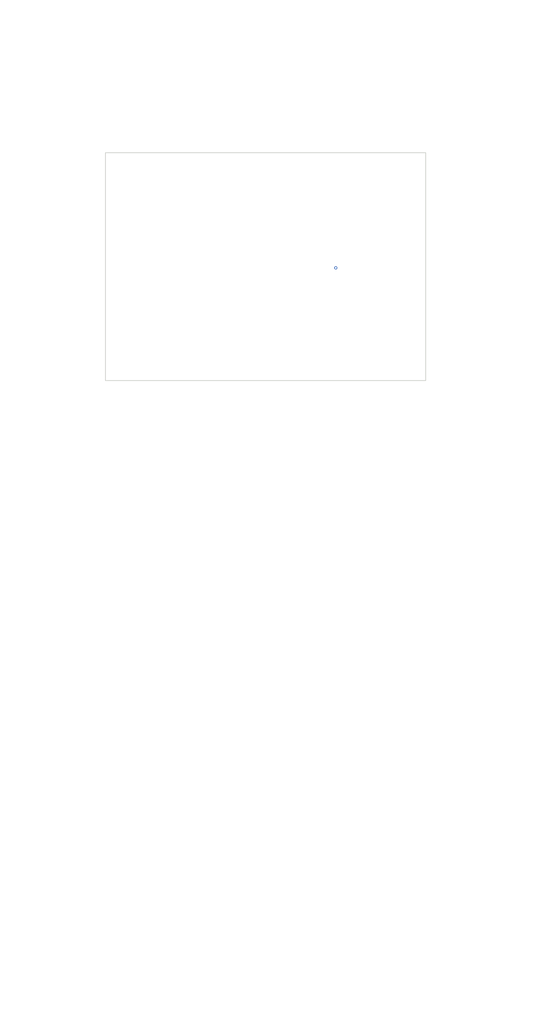
<source format=kicad_pcb>
(kicad_pcb (version 20220914) (generator pcbnew)
  (layers (0 "F.Cu" signal) (1 "In1.Cu" signal) (2 "In2.Cu" signal) (31 "B.Cu" signal) (34 "B.Paste" user) (35 "F.Paste" user) (36 "B.SilkS" user "B.Silkscreen") (37 "F.SilkS" user "F.Silkscreen") (38 "B.Mask" user) (39 "F.Mask" user) (44 "Edge.Cuts" user))
  (property "PROJECT_ID" "570")
  (property "PROJECT_NAME" "SRM-L_PS_Main")
  (property "PROJECT_NUMBER" "1657")
  (property "PROJECT_VERSION" "V1.1.0")
  (net 0 "")
  (net 1 "GND")
  (net 2 "/EM_VBUS")
  (gr_rect (start -20.22711 -25.32834) (end 19.864199 3.150897) (stroke (width 0.1)) (fill none) (layer "Edge.Cuts"))
  (via (at 8.605691 -10.934309) (size 0.4) (drill 0.2) (layers "F.Cu" "B.Cu") (net 1))
)
</source>
